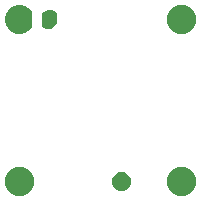
<source format=gko>
G04*
G04 #@! TF.GenerationSoftware,Altium Limited,Altium Designer,25.7.1 (20)*
G04*
G04 Layer_Color=16711935*
%FSLAX44Y44*%
%MOMM*%
G71*
G04*
G04 #@! TF.SameCoordinates,73AB98AC-F87E-4787-825B-23B2420A13CA*
G04*
G04*
G04 #@! TF.FilePolarity,Positive*
G04*
G01*
G75*
G36*
X471020Y315840D02*
X470597Y319053D01*
X469356Y322048D01*
X467383Y324619D01*
X464811Y326593D01*
X461817Y327833D01*
X458603Y328256D01*
X455389Y327833D01*
X452394Y326593D01*
D01*
X449823Y324619D01*
X447850Y322048D01*
X446609Y319053D01*
X446186Y315840D01*
X446609Y312626D01*
X447850Y309631D01*
X449823Y307060D01*
X452394Y305086D01*
D01*
X455389Y303846D01*
X458603Y303423D01*
X461817Y303846D01*
X464811Y305086D01*
X467383Y307060D01*
X469356Y309631D01*
X470597Y312626D01*
X471020Y315840D01*
D01*
D02*
G37*
G36*
X469176Y459395D02*
X468350Y460779D01*
X466042Y463029D01*
X463232Y464609D01*
X460110Y465413D01*
X456887Y465386D01*
X453779Y464529D01*
X450996Y462901D01*
X448726Y460612D01*
X447122Y457816D01*
X446292Y454701D01*
Y451477D01*
X447122Y448362D01*
X448726Y445566D01*
X450996Y443276D01*
X453779Y441649D01*
X456887Y440793D01*
X460110Y440765D01*
X463232Y441569D01*
X466042Y443149D01*
X468350Y445399D01*
X469176Y446783D01*
X469176Y446783D01*
X469176Y459395D01*
D02*
G37*
G36*
X490022Y458457D02*
X489408Y459146D01*
X487900Y460209D01*
X486191Y460904D01*
X484370Y461196D01*
X482529Y461068D01*
X480765Y460528D01*
X479169Y459604D01*
X477822Y458342D01*
X477309Y457576D01*
D01*
Y448605D01*
X477963Y447628D01*
X479775Y446129D01*
X481939Y445210D01*
X484275Y444948D01*
X485432Y445155D01*
D01*
X490022Y449745D01*
X490022Y458457D01*
D02*
G37*
G36*
X553188Y315840D02*
X552911Y317944D01*
X552098Y319904D01*
X550806Y321588D01*
X549123Y322880D01*
X547162Y323692D01*
X545058Y323969D01*
X542954Y323692D01*
X540993Y322880D01*
D01*
X539309Y321588D01*
X538017Y319904D01*
X537205Y317944D01*
X536928Y315840D01*
X537205Y313735D01*
X538017Y311775D01*
X539309Y310091D01*
X540993Y308799D01*
D01*
X542954Y307987D01*
X545058Y307710D01*
X547162Y307987D01*
X549123Y308799D01*
X550806Y310091D01*
X552098Y311775D01*
X552911Y313735D01*
X553188Y315840D01*
D01*
D02*
G37*
G36*
X608279D02*
X607856Y319053D01*
X606615Y322048D01*
X604642Y324619D01*
X602071Y326592D01*
X599076Y327832D01*
X595863Y328255D01*
X592649Y327832D01*
X589655Y326592D01*
D01*
X587084Y324619D01*
X585110Y322048D01*
X583870Y319053D01*
X583447Y315840D01*
X583870Y312626D01*
X585110Y309632D01*
X587084Y307060D01*
X589655Y305087D01*
D01*
X592649Y303847D01*
X595863Y303424D01*
X599076Y303847D01*
X602071Y305087D01*
X604642Y307060D01*
X606615Y309632D01*
X607856Y312626D01*
X608279Y315840D01*
D01*
D02*
G37*
G36*
Y453090D02*
X607856Y456303D01*
X606615Y459297D01*
X604642Y461869D01*
X602071Y463842D01*
X599076Y465082D01*
X595863Y465505D01*
X592649Y465082D01*
X589655Y463842D01*
D01*
X587084Y461869D01*
X585110Y459297D01*
X583870Y456303D01*
X583447Y453090D01*
X583870Y449876D01*
X585110Y446882D01*
X587084Y444310D01*
X589655Y442337D01*
D01*
X592649Y441097D01*
X595863Y440674D01*
X599076Y441097D01*
X602071Y442337D01*
X604642Y444310D01*
X606615Y446882D01*
X607856Y449876D01*
X608279Y453090D01*
D01*
D02*
G37*
M02*

</source>
